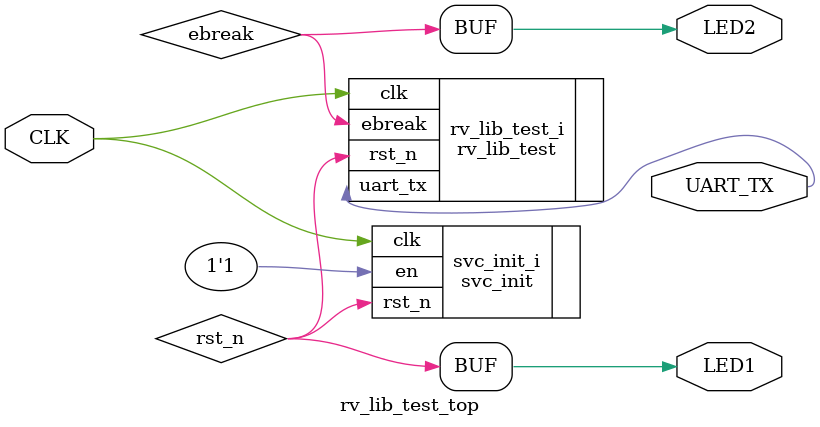
<source format=sv>
`include "svc.sv"
`include "svc_init.sv"

`include "rv_lib_test.sv"

module rv_lib_test_top (
    input logic CLK,

    output logic UART_TX,

    output logic LED1,
    output logic LED2
);
  //
  // Clock frequency matches board clock
  //
  localparam CLOCK_FREQ = 100_000_000;
  localparam BAUD_RATE = 115_200;

  logic rst_n;
  logic ebreak;

  //
  // Reset generation
  //
  svc_init svc_init_i (
      .clk  (CLK),
      .en   (1'b1),
      .rst_n(rst_n)
  );

  //
  // RISC-V lib_test instance
  //
  rv_lib_test #(
      .CLOCK_FREQ(CLOCK_FREQ),
      .BAUD_RATE (BAUD_RATE)
  ) rv_lib_test_i (
      .clk    (CLK),
      .rst_n  (rst_n),
      .uart_tx(UART_TX),
      .ebreak (ebreak)
  );

  //
  // Status LEDs
  //
  // LED1: Active when not in reset
  // LED2: Indicates ebreak hit
  //
  assign LED1 = rst_n;
  assign LED2 = ebreak;

endmodule

</source>
